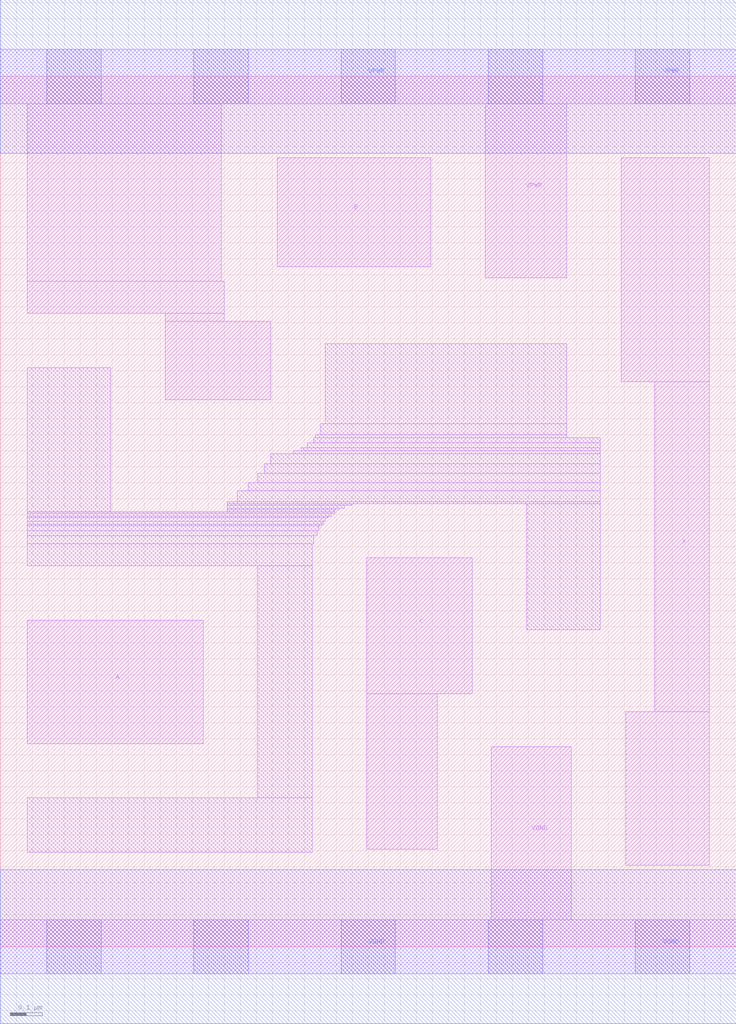
<source format=lef>
# Copyright 2020 The SkyWater PDK Authors
#
# Licensed under the Apache License, Version 2.0 (the "License");
# you may not use this file except in compliance with the License.
# You may obtain a copy of the License at
#
#     https://www.apache.org/licenses/LICENSE-2.0
#
# Unless required by applicable law or agreed to in writing, software
# distributed under the License is distributed on an "AS IS" BASIS,
# WITHOUT WARRANTIES OR CONDITIONS OF ANY KIND, either express or implied.
# See the License for the specific language governing permissions and
# limitations under the License.
#
# SPDX-License-Identifier: Apache-2.0

VERSION 5.7 ;
  NAMESCASESENSITIVE ON ;
  NOWIREEXTENSIONATPIN ON ;
  DIVIDERCHAR "/" ;
  BUSBITCHARS "[]" ;
UNITS
  DATABASE MICRONS 200 ;
END UNITS
MACRO sky130_fd_sc_hd__and3_1
  CLASS CORE ;
  SOURCE USER ;
  FOREIGN sky130_fd_sc_hd__and3_1 ;
  ORIGIN  0.000000  0.000000 ;
  SIZE  2.300000 BY  2.720000 ;
  SYMMETRY X Y R90 ;
  SITE unithd ;
  PIN A
    ANTENNAGATEAREA  0.126000 ;
    DIRECTION INPUT ;
    USE SIGNAL ;
    PORT
      LAYER li1 ;
        RECT 0.085000 0.635000 0.635000 1.020000 ;
    END
  END A
  PIN B
    ANTENNAGATEAREA  0.126000 ;
    DIRECTION INPUT ;
    USE SIGNAL ;
    PORT
      LAYER li1 ;
        RECT 0.865000 2.125000 1.345000 2.465000 ;
    END
  END B
  PIN C
    ANTENNAGATEAREA  0.126000 ;
    DIRECTION INPUT ;
    USE SIGNAL ;
    PORT
      LAYER li1 ;
        RECT 1.145000 0.305000 1.365000 0.790000 ;
        RECT 1.145000 0.790000 1.475000 1.215000 ;
    END
  END C
  PIN X
    ANTENNADIFFAREA  0.429000 ;
    DIRECTION OUTPUT ;
    USE SIGNAL ;
    PORT
      LAYER li1 ;
        RECT 1.940000 1.765000 2.215000 2.465000 ;
        RECT 1.955000 0.255000 2.215000 0.735000 ;
        RECT 2.045000 0.735000 2.215000 1.765000 ;
    END
  END X
  PIN VGND
    DIRECTION INOUT ;
    SHAPE ABUTMENT ;
    USE GROUND ;
    PORT
      LAYER li1 ;
        RECT 0.000000 -0.085000 2.300000 0.085000 ;
        RECT 1.535000  0.085000 1.785000 0.625000 ;
      LAYER mcon ;
        RECT 0.145000 -0.085000 0.315000 0.085000 ;
        RECT 0.605000 -0.085000 0.775000 0.085000 ;
        RECT 1.065000 -0.085000 1.235000 0.085000 ;
        RECT 1.525000 -0.085000 1.695000 0.085000 ;
        RECT 1.985000 -0.085000 2.155000 0.085000 ;
      LAYER met1 ;
        RECT 0.000000 -0.240000 2.300000 0.240000 ;
    END
  END VGND
  PIN VPWR
    DIRECTION INOUT ;
    SHAPE ABUTMENT ;
    USE POWER ;
    PORT
      LAYER li1 ;
        RECT 0.000000 2.635000 2.300000 2.805000 ;
        RECT 0.085000 1.980000 0.700000 2.080000 ;
        RECT 0.085000 2.080000 0.690000 2.635000 ;
        RECT 0.515000 1.710000 0.845000 1.955000 ;
        RECT 0.515000 1.955000 0.700000 1.980000 ;
        RECT 1.515000 2.090000 1.770000 2.635000 ;
      LAYER mcon ;
        RECT 0.145000 2.635000 0.315000 2.805000 ;
        RECT 0.605000 2.635000 0.775000 2.805000 ;
        RECT 1.065000 2.635000 1.235000 2.805000 ;
        RECT 1.525000 2.635000 1.695000 2.805000 ;
        RECT 1.985000 2.635000 2.155000 2.805000 ;
      LAYER met1 ;
        RECT 0.000000 2.480000 2.300000 2.960000 ;
    END
  END VPWR
  OBS
    LAYER li1 ;
      RECT 0.085000 0.295000 0.975000 0.465000 ;
      RECT 0.085000 1.190000 0.975000 1.260000 ;
      RECT 0.085000 1.260000 0.980000 1.285000 ;
      RECT 0.085000 1.285000 0.990000 1.300000 ;
      RECT 0.085000 1.300000 0.995000 1.315000 ;
      RECT 0.085000 1.315000 1.005000 1.320000 ;
      RECT 0.085000 1.320000 1.010000 1.330000 ;
      RECT 0.085000 1.330000 1.015000 1.340000 ;
      RECT 0.085000 1.340000 1.025000 1.345000 ;
      RECT 0.085000 1.345000 1.035000 1.355000 ;
      RECT 0.085000 1.355000 1.045000 1.360000 ;
      RECT 0.085000 1.360000 0.345000 1.810000 ;
      RECT 0.710000 1.360000 1.045000 1.365000 ;
      RECT 0.710000 1.365000 1.060000 1.370000 ;
      RECT 0.710000 1.370000 1.075000 1.380000 ;
      RECT 0.710000 1.380000 1.100000 1.385000 ;
      RECT 0.710000 1.385000 1.875000 1.390000 ;
      RECT 0.740000 1.390000 1.875000 1.425000 ;
      RECT 0.775000 1.425000 1.875000 1.450000 ;
      RECT 0.805000 0.465000 0.975000 1.190000 ;
      RECT 0.805000 1.450000 1.875000 1.480000 ;
      RECT 0.825000 1.480000 1.875000 1.510000 ;
      RECT 0.845000 1.510000 1.875000 1.540000 ;
      RECT 0.915000 1.540000 1.875000 1.550000 ;
      RECT 0.940000 1.550000 1.875000 1.560000 ;
      RECT 0.960000 1.560000 1.875000 1.575000 ;
      RECT 0.980000 1.575000 1.875000 1.590000 ;
      RECT 0.985000 1.590000 1.770000 1.600000 ;
      RECT 1.000000 1.600000 1.770000 1.635000 ;
      RECT 1.015000 1.635000 1.770000 1.885000 ;
      RECT 1.645000 0.990000 1.875000 1.385000 ;
  END
END sky130_fd_sc_hd__and3_1
END LIBRARY

</source>
